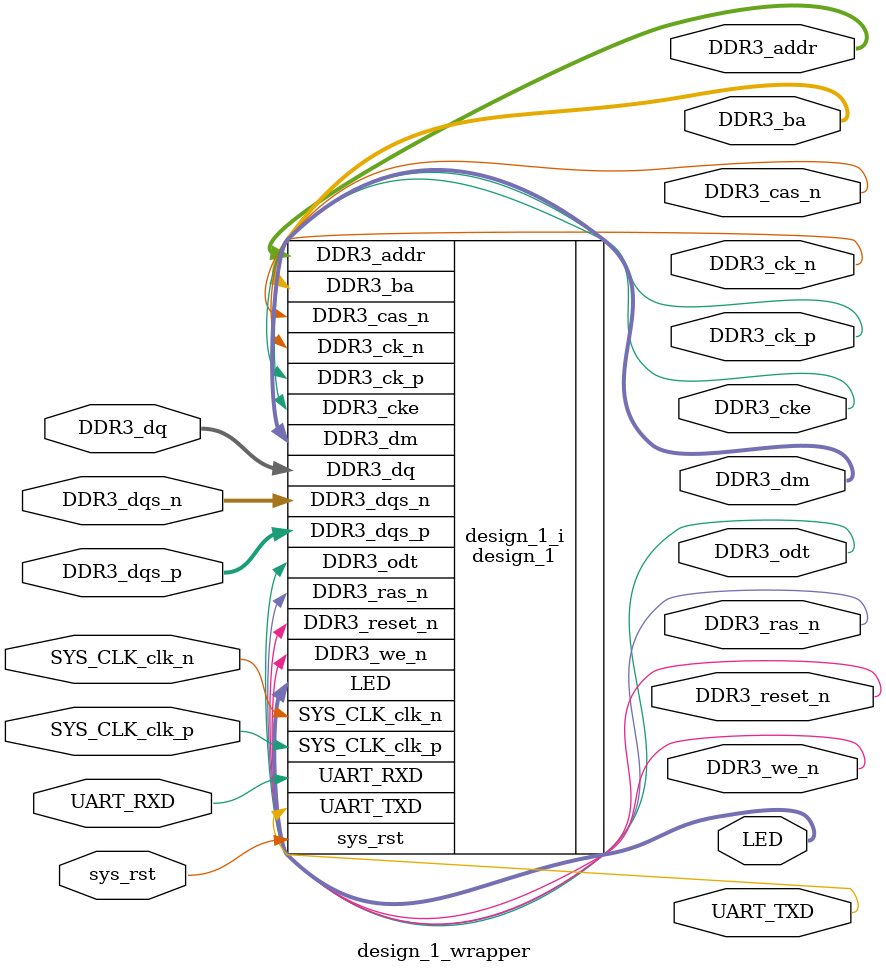
<source format=v>
`timescale 1 ps / 1 ps

module design_1_wrapper
   (DDR3_addr,
    DDR3_ba,
    DDR3_cas_n,
    DDR3_ck_n,
    DDR3_ck_p,
    DDR3_cke,
    DDR3_dm,
    DDR3_dq,
    DDR3_dqs_n,
    DDR3_dqs_p,
    DDR3_odt,
    DDR3_ras_n,
    DDR3_reset_n,
    DDR3_we_n,
    LED,
    SYS_CLK_clk_n,
    SYS_CLK_clk_p,
    UART_RXD,
    UART_TXD,
    sys_rst);
  output [12:0]DDR3_addr;
  output [2:0]DDR3_ba;
  output DDR3_cas_n;
  output [0:0]DDR3_ck_n;
  output [0:0]DDR3_ck_p;
  output [0:0]DDR3_cke;
  output [1:0]DDR3_dm;
  inout [15:0]DDR3_dq;
  inout [1:0]DDR3_dqs_n;
  inout [1:0]DDR3_dqs_p;
  output [0:0]DDR3_odt;
  output DDR3_ras_n;
  output DDR3_reset_n;
  output DDR3_we_n;
  output [15:0]LED;
  input SYS_CLK_clk_n;
  input SYS_CLK_clk_p;
  input UART_RXD;
  output UART_TXD;
  input sys_rst;

  wire [12:0]DDR3_addr;
  wire [2:0]DDR3_ba;
  wire DDR3_cas_n;
  wire [0:0]DDR3_ck_n;
  wire [0:0]DDR3_ck_p;
  wire [0:0]DDR3_cke;
  wire [1:0]DDR3_dm;
  wire [15:0]DDR3_dq;
  wire [1:0]DDR3_dqs_n;
  wire [1:0]DDR3_dqs_p;
  wire [0:0]DDR3_odt;
  wire DDR3_ras_n;
  wire DDR3_reset_n;
  wire DDR3_we_n;
  wire [15:0]LED;
  wire SYS_CLK_clk_n;
  wire SYS_CLK_clk_p;
  wire UART_RXD;
  wire UART_TXD;
  wire sys_rst;

  design_1 design_1_i
       (.DDR3_addr(DDR3_addr),
        .DDR3_ba(DDR3_ba),
        .DDR3_cas_n(DDR3_cas_n),
        .DDR3_ck_n(DDR3_ck_n),
        .DDR3_ck_p(DDR3_ck_p),
        .DDR3_cke(DDR3_cke),
        .DDR3_dm(DDR3_dm),
        .DDR3_dq(DDR3_dq),
        .DDR3_dqs_n(DDR3_dqs_n),
        .DDR3_dqs_p(DDR3_dqs_p),
        .DDR3_odt(DDR3_odt),
        .DDR3_ras_n(DDR3_ras_n),
        .DDR3_reset_n(DDR3_reset_n),
        .DDR3_we_n(DDR3_we_n),
        .LED(LED),
        .SYS_CLK_clk_n(SYS_CLK_clk_n),
        .SYS_CLK_clk_p(SYS_CLK_clk_p),
        .UART_RXD(UART_RXD),
        .UART_TXD(UART_TXD),
        .sys_rst(sys_rst));
endmodule

</source>
